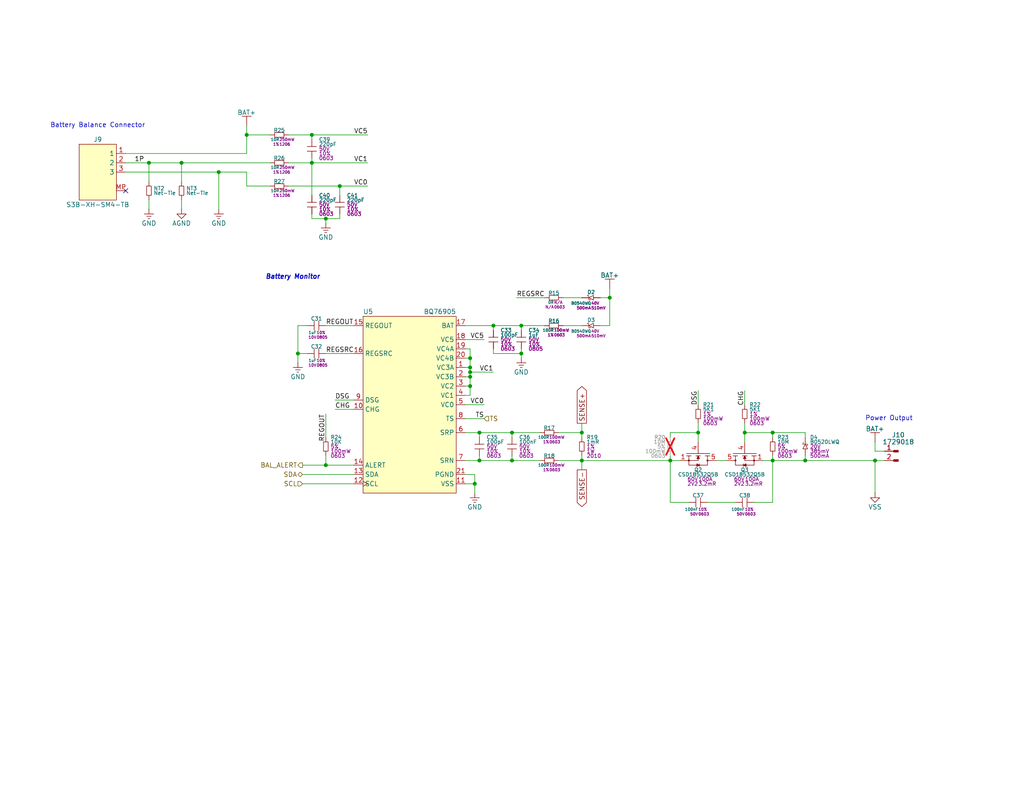
<source format=kicad_sch>
(kicad_sch (version 20231120) (generator "eeschema") (generator_version "8.0")
  (paper "USLetter")
  (title_block (title "LiFePO4 Monitor & Balancer") (date "2024-11-01") (rev "01") (comment 2 "PROTOTYPE") (comment 3 "2024"))
  (lib_symbols
    (symbol "C_2" (pin_numbers hide) (pin_names hide)
      (property "Reference" "C?" (at 1.905 2.54 0))
      (property "Value" "CAP" (at 1.905 1.27 0))
      (property "Tolerance" "TOL" (at 1.905 -1.27 0))
      (property "Voltage Rating" "VOLTAGE" (at 1.905 0 0))
      (property "Package" "PKG" (at 1.905 -2.54 0))
      (symbol "C_2_1_1"
        (pin passive line (at 0 2.54 270) (length 1.905) (name "") (number "1"))
        (pin passive line (at 0 -2.54 90) (length 1.905) (name "") (number "2"))
      )
    )
    (symbol "DS-Power:VSS" (power) (pin_numbers hide) (pin_names (offset 0) hide)
      (property "Value" "VSS" (at 0 -3.81 0))
      (symbol "VSS_1_1"
        (pin power_in line (at 0 0 270) (length 0) (name "~") (number "1"))
      )
    )
    (symbol "lib_sch:AGND" (power) (pin_numbers hide) (pin_names (offset 0) hide)
      (property "Value" "AGND" (at 0 -3.81 0))
      (symbol "AGND_1_1"
        (pin power_in line (at 0 0 270) (length 0) (name "~") (number "1"))
      )
    )
    (symbol "lib_sch:BAT+" (power) (pin_numbers hide) (pin_names (offset 0) hide)
      (property "Value" "BAT+" (at 0 3.556 0))
      (symbol "BAT+_1_1"
        (pin power_in line (at 0 0 90) (length 0) (name "~") (number "1"))
      )
    )
    (symbol "lib_sch:BQ76905"
      (property "Reference" "U" (at -12.7 25.4 0))
      (property "Value" "BQ76905" (at 12.7 25.4 0))
      (symbol "BQ76905_0_0"
        (pin input line (at 15.24 10.16 180) (length 2.54) (name "VC3A") (number "1"))
        (pin output line (at -15.24 -1.27 0) (length 2.54) (name "CHG") (number "10"))
        (pin passive line (at 15.24 -21.59 180) (length 2.54) (name "VSS") (number "11"))
        (pin input clock (at -15.24 -21.59 0) (length 2.54) (name "SCL") (number "12"))
        (pin bidirectional line (at -15.24 -19.05 0) (length 2.54) (name "SDA") (number "13"))
        (pin output line (at -15.24 -16.51 0) (length 2.54) (name "ALERT") (number "14"))
        (pin power_out line (at -15.24 21.59 0) (length 2.54) (name "REGOUT") (number "15"))
        (pin input line (at -15.24 13.97 0) (length 2.54) (name "REGSRC") (number "16"))
        (pin power_out line (at 15.24 21.59 180) (length 2.54) (name "BAT") (number "17"))
        (pin input line (at 15.24 17.78 180) (length 2.54) (name "VC5") (number "18"))
        (pin input line (at 15.24 15.24 180) (length 2.54) (name "VC4A") (number "19"))
        (pin input line (at 15.24 7.62 180) (length 2.54) (name "VC3B") (number "2"))
        (pin input line (at 15.24 12.7 180) (length 2.54) (name "VC4B") (number "20"))
        (pin input line (at 15.24 5.08 180) (length 2.54) (name "VC2") (number "3"))
        (pin input line (at 15.24 2.54 180) (length 2.54) (name "VC1") (number "4"))
        (pin input line (at 15.24 0 180) (length 2.54) (name "VC0") (number "5"))
        (pin input line (at 15.24 -7.62 180) (length 2.54) (name "SRP") (number "6"))
        (pin input line (at 15.24 -15.24 180) (length 2.54) (name "SRN") (number "7"))
        (pin bidirectional line (at 15.24 -3.81 180) (length 2.54) (name "TS") (number "8"))
        (pin output line (at -15.24 1.27 0) (length 2.54) (name "DSG") (number "9"))
      )
      (symbol "BQ76905_1_1"
        (pin passive line (at 15.24 -19.05 180) (length 2.54) (name "PGND") (number "21"))
      )
    )
    (symbol "lib_sch:C" (pin_numbers hide) (pin_names hide)
      (property "Reference" "C?" (at 1.905 2.54 0))
      (property "Value" "CAP" (at 1.905 1.27 0))
      (property "Tolerance" "TOL" (at 1.905 -1.27 0))
      (property "Voltage Rating" "VOLTAGE" (at 1.905 0 0))
      (property "Package" "PKG" (at 1.905 -2.54 0))
      (symbol "C_1_1"
        (pin passive line (at 0 2.54 270) (length 1.905) (name "") (number "1"))
        (pin passive line (at 0 -2.54 90) (length 1.905) (name "") (number "2"))
      )
    )
    (symbol "lib_sch:C_horizontal"
      (property "Reference" "C?" (at 0 1.905 0))
      (property "Value" "CAP" (at 0 -1.905 0))
      (property "Tolerace" "TOL" (at 0 -1.905 0))
      (property "Voltage Rating" "VOLT" (at 0 -3.175 0))
      (property "Package" "PKG" (at 0 -3.175 0))
      (symbol "C_horizontal_1_1"
        (pin passive line (at -2.54 0 0) (length 1.905) (name "") (number "1"))
        (pin passive line (at 2.54 0 180) (length 1.905) (name "") (number "2"))
      )
    )
    (symbol "lib_sch:Conn_01x02_Pin" (pin_names hide)
      (property "Reference" "J?" (at 0 5.715 0))
      (property "Value" "VAL" (at 0 3.81 0))
      (symbol "Conn_01x02_Pin_1_0"
        (pin passive line (at 3.81 1.27 180) (length 2.54) (name "") (number "1"))
        (pin passive line (at 3.81 -1.27 180) (length 2.54) (name "") (number "2"))
      )
    )
    (symbol "lib_sch:D_Schottky" (pin_numbers hide)
      (property "Reference" "D" (at 1.27 2.54 0))
      (property "Value" "VAL" (at 1.27 1.27 0))
      (property "Reverse Voltage" "RVOLT" (at 1.27 0 0))
      (property "Forward Voltage" "FVOLT" (at 1.27 -1.27 0))
      (property "Current" "CURR" (at 1.27 -2.54 0))
      (symbol "D_Schottky_1_0"
        (pin passive line (at 0 -2.54 90) (length 1.905) (name "") (number "1"))
        (pin passive line (at 0 2.54 270) (length 1.905) (name "") (number "2"))
      )
    )
    (symbol "lib_sch:D_Schottky_horizontal" (pin_numbers hide)
      (property "Reference" "D" (at 0 1.524 0))
      (property "Value" "VAL" (at 0 -1.524 0))
      (property "Reverse Voltage" "RVOLT" (at 0 -1.524 0))
      (property "Forward Voltage" "FVOLT" (at 0 -2.794 0))
      (property "Current" "CURR" (at 0 -2.794 0))
      (symbol "D_Schottky_horizontal_1_0"
        (pin passive line (at -2.54 0 0) (length 1.905) (name "") (number "1"))
        (pin passive line (at 2.54 0 180) (length 1.905) (name "") (number "2"))
      )
    )
    (symbol "lib_sch:GND" (power) (pin_numbers hide) (pin_names (offset 0) hide)
      (property "Value" "GND" (at 0 -3.81 0))
      (symbol "GND_1_1"
        (pin power_in line (at 0 0 270) (length 0) (name "~") (number "1"))
      )
    )
    (symbol "lib_sch:NMOS_SGD_PWR" (pin_names hide)
      (property "Reference" "Q3" (at 0 2.54 0))
      (property "Value" "CSD18532Q5B" (at 0 3.81 0))
      (property "VDSS" "60V" (at 0 5.08 0))
      (property "VGSTH" "2V2" (at 0 6.35 0))
      (property "ID" "100A" (at 0 5.08 0))
      (property "RDSON" "3.2mR" (at 0 6.35 0))
      (symbol "NMOS_SGD_PWR_1_0"
        (pin passive line (at 5.08 0 180) (length 1.905) (name "") (number "1"))
        (pin passive line (at 5.08 0 180) (length 1.905) hide (name "") (number "2"))
        (pin passive line (at 5.08 0 180) (length 1.905) hide (name "") (number "3"))
        (pin passive line (at 0 -5.08 90) (length 3.175) (name "") (number "4"))
        (pin passive line (at -5.08 0 0) (length 1.905) (name "") (number "5"))
        (pin passive line (at -5.08 0 0) (length 1.905) hide (name "") (number "6"))
        (pin passive line (at -5.08 0 0) (length 1.905) hide (name "") (number "7"))
        (pin passive line (at -5.08 0 0) (length 1.905) hide (name "") (number "8"))
      )
    )
    (symbol "lib_sch:NMOS_SGD_PWR_1" (pin_names hide)
      (property "Reference" "Q" (at 0 6.35 0))
      (property "Value" "VAL" (at 0 5.08 0))
      (property "VDSS" "VDSS" (at 0 3.81 0))
      (property "VGSTH" "VGSTH" (at 0 2.54 0))
      (property "ID" "ID" (at 0 3.81 0))
      (property "RDSON" "RDSON" (at 0 2.54 0))
      (symbol "NMOS_SGD_PWR_1_1_0"
        (pin passive line (at 5.08 0 180) (length 1.905) (name "") (number "1"))
        (pin passive line (at 5.08 0 180) (length 1.905) hide (name "") (number "2"))
        (pin passive line (at 5.08 0 180) (length 1.905) hide (name "") (number "3"))
        (pin passive line (at 0 -5.08 90) (length 3.175) (name "") (number "4"))
        (pin passive line (at -5.08 0 0) (length 1.905) (name "") (number "5"))
        (pin passive line (at -5.08 0 0) (length 1.905) hide (name "") (number "6"))
        (pin passive line (at -5.08 0 0) (length 1.905) hide (name "") (number "7"))
        (pin passive line (at -5.08 0 0) (length 1.905) hide (name "") (number "8"))
      )
    )
    (symbol "lib_sch:NT"
      (property "Reference" "NT?" (at 1.27 0.635 0))
      (property "Value" "Net-Tie" (at 1.27 -0.635 0))
      (symbol "NT_1_1"
        (pin passive line (at 0 2.54 270) (length 1.27) (name "") (number "1"))
        (pin passive line (at 0 -2.54 90) (length 1.27) (name "") (number "2"))
      )
    )
    (symbol "lib_sch:R"
      (property "Reference" "R?" (at 1.27 2.54 0))
      (property "Value" "VAL" (at 1.27 1.27 0))
      (property "Tolerance" "TOL" (at 1.27 0 0))
      (property "Power Rating" "PWR" (at 1.27 -1.27 0))
      (property "Package" "PKG" (at 1.27 -2.54 0))
      (symbol "R_1_1"
        (pin passive line (at 0 2.54 270) (length 1.27) (name "") (number "1"))
        (pin passive line (at 0 -2.54 90) (length 1.27) (name "") (number "2"))
      )
    )
    (symbol "lib_sch:R_horizontal"
      (property "Reference" "R?" (at 0 1.27 0))
      (property "Value" "VAL" (at 0 -1.27 0))
      (property "Tolerance" "TOL" (at 0 -2.54 0))
      (property "Power Rating" "PWR" (at 0 -1.27 0))
      (property "Package" "PKG" (at 0 -2.54 0))
      (symbol "R_horizontal_1_1"
        (pin passive line (at -2.54 0 0) (length 1.27) (name "") (number "1"))
        (pin passive line (at 2.54 0 180) (length 1.27) (name "") (number "2"))
      )
    )
    (symbol "lib_sch:S3B-PH-SM4-TB"
      (property "Reference" "J" (at 0 8.89 0))
      (property "Value" "S3B-PH-SM4-TB" (at 0 -8.89 0))
      (symbol "S3B-PH-SM4-TB_1_0"
        (pin passive line (at -7.62 5.08 0) (length 2.54) (name "1") (number "1"))
        (pin power_in line (at -7.62 2.54 0) (length 2.54) (name "2") (number "2"))
        (pin power_in line (at -7.62 0 0) (length 2.54) (name "3") (number "3"))
        (pin passive line (at -7.62 -5.08 0) (length 2.54) (name "") (number "MP"))
        (pin passive line (at -7.62 -5.08 0) (length 2.54) hide (name "") (number "MP"))
      )
    )
  )
  (junction (at 139.7 118.11))
  (junction (at 238.76 125.73))
  (junction (at 190.5 118.11))
  (junction (at 88.9 127))
  (junction (at 219.71 125.73))
  (junction (at 40.64 44.45))
  (junction (at 130.81 118.11))
  (junction (at 203.2 118.11))
  (junction (at 67.31 36.83))
  (junction (at 210.82 118.11))
  (junction (at 85.09 44.45))
  (junction (at 142.24 88.9))
  (junction (at 210.82 125.73))
  (junction (at 182.88 125.73))
  (junction (at 158.75 125.73))
  (junction (at 129.54 132.08))
  (junction (at 130.81 125.73))
  (junction (at 134.62 88.9))
  (junction (at 128.27 97.79))
  (junction (at 142.24 96.52))
  (junction (at 166.37 81.28))
  (junction (at 139.7 125.73))
  (junction (at 158.75 118.11))
  (junction (at 128.27 101.6))
  (junction (at 88.9 59.69))
  (junction (at 59.69 46.99))
  (junction (at 81.28 96.52))
  (junction (at 128.27 100.33))
  (junction (at 85.09 36.83))
  (junction (at 92.71 50.8))
  (junction (at 128.27 102.87))
  (junction (at 49.53 44.45))
  (junction (at 128.27 105.41))
  (no_connect (at 34.29 52.07))
  (wire (pts (xy 139.7 118.11) (xy 147.32 118.11)))
  (wire (pts (xy 182.88 137.16) (xy 182.88 125.73)))
  (wire (pts (xy 203.2 106.68) (xy 203.2 110.49)))
  (wire (pts (xy 81.28 96.52) (xy 81.28 99.06)))
  (wire (pts (xy 142.24 88.9) (xy 142.24 90.17)))
  (wire (pts (xy 210.82 125.73) (xy 219.71 125.73)))
  (wire (pts (xy 127 92.71) (xy 132.08 92.71)))
  (wire (pts (xy 128.27 105.41) (xy 128.27 107.95)))
  (wire (pts (xy 82.55 129.54) (xy 96.52 129.54)))
  (wire (pts (xy 134.62 95.25) (xy 134.62 96.52)))
  (wire (pts (xy 128.27 95.25) (xy 128.27 97.79)))
  (wire (pts (xy 85.09 58.42) (xy 85.09 59.69)))
  (wire (pts (xy 34.29 41.91) (xy 67.31 41.91)))
  (wire (pts (xy 128.27 100.33) (xy 128.27 101.6)))
  (wire (pts (xy 238.76 125.73) (xy 238.76 134.62)))
  (wire (pts (xy 34.29 46.99) (xy 59.69 46.99)))
  (wire (pts (xy 153.67 81.28) (xy 158.75 81.28)))
  (wire (pts (xy 67.31 36.83) (xy 67.31 41.91)))
  (wire (pts (xy 127 102.87) (xy 128.27 102.87)))
  (wire (pts (xy 190.5 106.68) (xy 190.5 110.49)))
  (wire (pts (xy 40.64 44.45) (xy 49.53 44.45)))
  (wire (pts (xy 78.74 44.45) (xy 85.09 44.45)))
  (wire (pts (xy 185.42 125.73) (xy 182.88 125.73)))
  (wire (pts (xy 127 100.33) (xy 128.27 100.33)))
  (wire (pts (xy 153.67 88.9) (xy 158.75 88.9)))
  (wire (pts (xy 134.62 90.17) (xy 134.62 88.9)))
  (wire (pts (xy 127 129.54) (xy 129.54 129.54)))
  (wire (pts (xy 127 97.79) (xy 128.27 97.79)))
  (wire (pts (xy 127 95.25) (xy 128.27 95.25)))
  (wire (pts (xy 127 118.11) (xy 130.81 118.11)))
  (wire (pts (xy 238.76 123.19) (xy 241.3 123.19)))
  (wire (pts (xy 92.71 50.8) (xy 100.33 50.8)))
  (wire (pts (xy 85.09 36.83) (xy 85.09 38.1)))
  (wire (pts (xy 203.2 118.11) (xy 210.82 118.11)))
  (wire (pts (xy 210.82 125.73) (xy 208.28 125.73)))
  (wire (pts (xy 134.62 101.6) (xy 128.27 101.6)))
  (wire (pts (xy 158.75 125.73) (xy 158.75 124.46)))
  (wire (pts (xy 129.54 132.08) (xy 129.54 134.62)))
  (wire (pts (xy 96.52 109.22) (xy 91.44 109.22)))
  (wire (pts (xy 40.64 44.45) (xy 40.64 49.53)))
  (wire (pts (xy 83.82 96.52) (xy 81.28 96.52)))
  (wire (pts (xy 158.75 115.57) (xy 158.75 118.11)))
  (wire (pts (xy 59.69 46.99) (xy 67.31 46.99)))
  (wire (pts (xy 203.2 118.11) (xy 203.2 120.65)))
  (wire (pts (xy 142.24 96.52) (xy 142.24 97.79)))
  (wire (pts (xy 82.55 132.08) (xy 96.52 132.08)))
  (wire (pts (xy 78.74 36.83) (xy 85.09 36.83)))
  (wire (pts (xy 40.64 54.61) (xy 40.64 57.15)))
  (wire (pts (xy 139.7 125.73) (xy 147.32 125.73)))
  (wire (pts (xy 219.71 125.73) (xy 219.71 124.46)))
  (wire (pts (xy 166.37 78.74) (xy 166.37 81.28)))
  (wire (pts (xy 238.76 120.65) (xy 238.76 123.19)))
  (wire (pts (xy 152.4 118.11) (xy 158.75 118.11)))
  (wire (pts (xy 130.81 125.73) (xy 130.81 124.46)))
  (wire (pts (xy 34.29 44.45) (xy 40.64 44.45)))
  (wire (pts (xy 59.69 46.99) (xy 59.69 57.15)))
  (wire (pts (xy 85.09 44.45) (xy 100.33 44.45)))
  (wire (pts (xy 127 88.9) (xy 134.62 88.9)))
  (wire (pts (xy 88.9 59.69) (xy 88.9 60.96)))
  (wire (pts (xy 210.82 118.11) (xy 210.82 119.38)))
  (wire (pts (xy 85.09 36.83) (xy 100.33 36.83)))
  (wire (pts (xy 158.75 125.73) (xy 158.75 128.27)))
  (wire (pts (xy 127 110.49) (xy 132.08 110.49)))
  (wire (pts (xy 130.81 118.11) (xy 130.81 119.38)))
  (wire (pts (xy 158.75 125.73) (xy 182.88 125.73)))
  (wire (pts (xy 81.28 88.9) (xy 81.28 96.52)))
  (wire (pts (xy 92.71 58.42) (xy 92.71 59.69)))
  (wire (pts (xy 139.7 125.73) (xy 139.7 124.46)))
  (wire (pts (xy 205.74 137.16) (xy 210.82 137.16)))
  (wire (pts (xy 128.27 100.33) (xy 128.27 97.79)))
  (wire (pts (xy 92.71 50.8) (xy 92.71 53.34)))
  (wire (pts (xy 78.74 50.8) (xy 92.71 50.8)))
  (wire (pts (xy 83.82 88.9) (xy 81.28 88.9)))
  (wire (pts (xy 134.62 88.9) (xy 142.24 88.9)))
  (wire (pts (xy 129.54 129.54) (xy 129.54 132.08)))
  (wire (pts (xy 96.52 111.76) (xy 91.44 111.76)))
  (wire (pts (xy 190.5 118.11) (xy 190.5 120.65)))
  (wire (pts (xy 127 132.08) (xy 129.54 132.08)))
  (wire (pts (xy 219.71 119.38) (xy 219.71 118.11)))
  (wire (pts (xy 163.83 81.28) (xy 166.37 81.28)))
  (wire (pts (xy 134.62 96.52) (xy 142.24 96.52)))
  (wire (pts (xy 190.5 115.57) (xy 190.5 118.11)))
  (wire (pts (xy 49.53 44.45) (xy 49.53 49.53)))
  (wire (pts (xy 130.81 118.11) (xy 139.7 118.11)))
  (wire (pts (xy 128.27 102.87) (xy 128.27 105.41)))
  (wire (pts (xy 127 114.3) (xy 132.08 114.3)))
  (wire (pts (xy 210.82 125.73) (xy 210.82 137.16)))
  (wire (pts (xy 127 105.41) (xy 128.27 105.41)))
  (wire (pts (xy 182.88 119.38) (xy 182.88 118.11)))
  (wire (pts (xy 92.71 59.69) (xy 88.9 59.69)))
  (wire (pts (xy 128.27 101.6) (xy 128.27 102.87)))
  (wire (pts (xy 158.75 119.38) (xy 158.75 118.11)))
  (wire (pts (xy 67.31 50.8) (xy 73.66 50.8)))
  (wire (pts (xy 88.9 124.46) (xy 88.9 127)))
  (wire (pts (xy 210.82 118.11) (xy 219.71 118.11)))
  (wire (pts (xy 49.53 44.45) (xy 73.66 44.45)))
  (wire (pts (xy 82.55 127) (xy 88.9 127)))
  (wire (pts (xy 182.88 118.11) (xy 190.5 118.11)))
  (wire (pts (xy 130.81 125.73) (xy 139.7 125.73)))
  (wire (pts (xy 219.71 125.73) (xy 238.76 125.73)))
  (wire (pts (xy 88.9 127) (xy 96.52 127)))
  (wire (pts (xy 166.37 88.9) (xy 166.37 81.28)))
  (wire (pts (xy 152.4 125.73) (xy 158.75 125.73)))
  (wire (pts (xy 88.9 88.9) (xy 96.52 88.9)))
  (wire (pts (xy 88.9 96.52) (xy 96.52 96.52)))
  (wire (pts (xy 210.82 125.73) (xy 210.82 124.46)))
  (wire (pts (xy 241.3 125.73) (xy 238.76 125.73)))
  (wire (pts (xy 85.09 53.34) (xy 85.09 44.45)))
  (wire (pts (xy 163.83 88.9) (xy 166.37 88.9)))
  (wire (pts (xy 49.53 54.61) (xy 49.53 57.15)))
  (wire (pts (xy 182.88 124.46) (xy 182.88 125.73)))
  (wire (pts (xy 203.2 115.57) (xy 203.2 118.11)))
  (wire (pts (xy 193.04 137.16) (xy 200.66 137.16)))
  (wire (pts (xy 127 125.73) (xy 130.81 125.73)))
  (wire (pts (xy 67.31 36.83) (xy 73.66 36.83)))
  (wire (pts (xy 142.24 95.25) (xy 142.24 96.52)))
  (wire (pts (xy 127 107.95) (xy 128.27 107.95)))
  (wire (pts (xy 198.12 125.73) (xy 195.58 125.73)))
  (wire (pts (xy 85.09 43.18) (xy 85.09 44.45)))
  (wire (pts (xy 67.31 34.29) (xy 67.31 36.83)))
  (wire (pts (xy 140.97 81.28) (xy 148.59 81.28)))
  (wire (pts (xy 187.96 137.16) (xy 182.88 137.16)))
  (wire (pts (xy 142.24 88.9) (xy 148.59 88.9)))
  (wire (pts (xy 67.31 46.99) (xy 67.31 50.8)))
  (wire (pts (xy 88.9 113.03) (xy 88.9 119.38)))
  (wire (pts (xy 139.7 118.11) (xy 139.7 119.38)))
  (wire (pts (xy 85.09 59.69) (xy 88.9 59.69)))
  (text "Power Output" (at 242.57 114.3 0) (effects (font (size 1.27 1.27))))
  (text "Battery Balance Connector" (at 26.67 34.29 0) (effects (font (size 1.27 1.27))))
  (text "Battery Monitor" (at 72.39 75.692 0) (effects (font (size 1.27 1.27) (thickness 0.254) (bold yes) (italic yes)) (justify left)))
  (label "CHG" (at 91.44 111.76 0))
  (label "VC5" (at 132.08 92.71 180))
  (label "DSG" (at 190.5 106.68 270))
  (label "VC1" (at 100.33 44.45 180))
  (label "1P" (at 39.37 44.45 180))
  (label "DSG" (at 91.44 109.22 0))
  (label "VC5" (at 100.33 36.83 180))
  (label "REGSRC" (at 88.9 96.52 0))
  (label "TS" (at 132.08 114.3 180))
  (label "VC0" (at 100.33 50.8 180))
  (label "REGOUT" (at 88.9 113.03 270))
  (label "REGSRC" (at 140.97 81.28 0))
  (label "CHG" (at 203.2 106.68 270))
  (label "VC0" (at 132.08 110.49 180))
  (label "VC1" (at 134.62 101.6 180))
  (label "REGOUT" (at 88.9 88.9 0))
  (global_label "SENSE+" (shape output) (at 158.75 115.57 90) (property "Intersheetrefs" "${INTERSHEET_REFS}" (effects (hide yes))))
  (global_label "SENSE-" (shape output) (at 158.75 128.27 270) (property "Intersheetrefs" "${INTERSHEET_REFS}" (effects (hide yes))))
  (hierarchical_label "BAL_ALERT" (shape output) (at 82.55 127 180))
  (hierarchical_label "SDA" (shape bidirectional) (at 82.55 129.54 180))
  (hierarchical_label "TS" (shape input) (at 132.08 114.3 0))
  (hierarchical_label "SCL" (shape input) (at 82.55 132.08 180))
  (symbol (lib_id "lib_sch:NT") (at 49.53 52.07 0) (unit 1)
    (property "Reference" "NT3" (at 50.8 51.435 0) (effects (font (size 1.016 1.016)) (justify left)))
    (property "Value" "Net-Tie" (at 50.8 52.705 0) (effects (font (size 1.016 1.016)) (justify left)))
    (property "Footprint" "DS-Resistors-SMD:CRCW1210" (effects (hide yes)))
    (property "Datasheet" "datasheets/Vishay-Dale-DRCWe3.pdf" (effects (hide yes)))
    (property "Description" "RES SMD 0 OHM JUMPER 3/4W 2010" (effects (hide yes)))
    (property "Manufacturer" "Vishay Dale" (effects (hide yes)))
    (property "MPN" "CRCW20100000Z0EF" (effects (hide yes)))
    (property "DKPN" "541-0.0WCT-ND" (effects (hide yes)))
  )
  (symbol (lib_id "lib_sch:R") (at 203.2 113.03 0) (unit 1)
    (property "Reference" "R22" (at 204.47 110.49 0) (effects (font (size 1.016 1.016)) (justify left)))
    (property "Value" "5K1" (at 204.47 111.76 0) (effects (font (size 1.016 1.016)) (justify left)))
    (property "Footprint" "DS-Resistors-SMD:CRCW0603" (effects (hide yes)))
    (property "Datasheet" "datasheets/Vishay-Dale-DRCWe3.pdf" (effects (hide yes)))
    (property "Description" "RES SMD 5.1K OHM 1% 1/10W 0603" (effects (hide yes)))
    (property "Manufacturer" "Vishay Dale" (effects (hide yes)))
    (property "MPN" "CRCW06035K10FKEA" (effects (hide yes)))
    (property "DKPN" "541-5.10KHCT-ND" (effects (hide yes)))
    (property "Tolerance" "1%" (at 204.47 113.03 0) (effects (font (size 1.016 1.016)) (justify left)))
    (property "Power Rating" "100mW" (at 204.47 114.3 0) (effects (font (size 1.016 1.016)) (justify left)))
    (property "Package" "0603" (at 204.47 115.57 0) (effects (font (size 1.016 1.016)) (justify left)))
  )
  (symbol (lib_id "lib_sch:C_horizontal") (at 203.2 137.16 0) (unit 1)
    (property "Reference" "C38" (at 203.2 135.255 0) (effects (font (size 1.016 1.016))))
    (property "Value" "100nF" (at 203.2 139.065 0) (effects (font (size 0.762 0.762)) (justify right)))
    (property "Footprint" "DS-Capacitors-SMD:MLCC0603" (effects (hide yes)))
    (property "Datasheet" "datasheets/Kyocera-AVX-MLCCKAM.pdf" (effects (hide yes)))
    (property "Manufacturer" "KYOCERA AVX" (effects (hide yes)))
    (property "MPN" "06035C104K4T4A" (effects (hide yes)))
    (property "DKPN" "478-KAM15AR71H104KMCT-ND" (effects (hide yes)))
    (property "Tolerace" "10%" (at 203.2 139.065 0) (effects (font (size 0.762 0.762)) (justify left)))
    (property "Voltage Rating" "50V" (at 203.2 140.335 0) (effects (font (size 0.762 0.762)) (justify right)))
    (property "Package" "0603" (at 203.2 140.335 0) (effects (font (size 0.762 0.762)) (justify left)))
  )
  (symbol (lib_id "lib_sch:C") (at 134.62 92.71 0) (unit 1)
    (property "Reference" "C33" (at 136.525 90.17 0) (effects (font (size 1.016 1.016)) (justify left)))
    (property "Value" "100pF" (at 136.525 91.44 0) (effects (font (size 1.016 1.016)) (justify left)))
    (property "Footprint" "DS-Capacitors-SMD:MLCC0603" (effects (hide yes)))
    (property "Datasheet" "datasheets/Kyocera-AVX-MLCCKAM.pdf" (effects (hide yes)))
    (property "Description" "CAP CER 100PF 50V X7R 0603" (effects (hide yes)))
    (property "Manufacturer" "KYOCERA AVX" (effects (hide yes)))
    (property "MPN" "KGM15AR71H101KT" (effects (hide yes)))
    (property "DKPN" "478-KGM15AR71H101KTCT-ND" (effects (hide yes)))
    (property "Tolerance" "10%" (at 136.525 93.98 0) (effects (font (size 1.016 1.016)) (justify left)))
    (property "Voltage Rating" "50V" (at 136.525 92.71 0) (effects (font (size 1.016 1.016)) (justify left)))
    (property "Package" "0603" (at 136.525 95.25 0) (effects (font (size 1.016 1.016)) (justify left)))
  )
  (symbol (lib_id "lib_sch:R_horizontal") (at 149.86 118.11 0) (unit 1)
    (property "Reference" "R17" (at 149.86 116.84 0) (effects (font (size 1.016 1.016))))
    (property "Value" "100R" (at 149.86 119.38 0) (effects (font (size 0.762 0.762)) (justify right)))
    (property "Footprint" "DS-Resistors-SMD:CRCW0603" (effects (hide yes)))
    (property "Datasheet" "datasheets/Vishay-Dale-DRCWe3.pdf" (effects (hide yes)))
    (property "Description" "RES SMD 100 OHM 1% 1/10W 0603" (effects (hide yes)))
    (property "Manufacturer" "Vishay Dale" (effects (hide yes)))
    (property "MPN" "CRCW0603100RFKEA" (effects (hide yes)))
    (property "DKPN" "541-100HCT-ND" (effects (hide yes)))
    (property "Tolerance" "1%" (at 149.86 120.65 0) (effects (font (size 0.762 0.762)) (justify right)))
    (property "Power Rating" "100mW" (at 149.86 119.38 0) (effects (font (size 0.762 0.762)) (justify left)))
    (property "Package" "0603" (at 149.86 120.65 0) (effects (font (size 0.762 0.762)) (justify left)))
  )
  (symbol (lib_id "lib_sch:GND") (at 88.9 60.96 0) (unit 1)
    (property "Reference" "#PWR018" (effects (hide yes)))
    (property "Value" "GND" (at 88.9 64.77 0))
  )
  (symbol (lib_id "lib_sch:C") (at 142.24 92.71 0) (unit 1)
    (property "Reference" "C34" (at 144.145 90.17 0) (effects (font (size 1.016 1.016)) (justify left)))
    (property "Value" "1uF" (at 144.145 91.44 0) (effects (font (size 1.016 1.016)) (justify left)))
    (property "Footprint" "DS-Capacitors-SMD:MLCC0805" (effects (hide yes)))
    (property "Datasheet" "datasheets/Kyocera-AVX-MLCCKAM.pdf" (effects (hide yes)))
    (property "Description" "CAP CER 1UF 50V X7R 0805" (effects (hide yes)))
    (property "Manufacturer" "KYOCERA AVX" (effects (hide yes)))
    (property "MPN" "08055C105KAT4A" (effects (hide yes)))
    (property "DKPN" "478-KGM21AR71H105KLCT-ND" (effects (hide yes)))
    (property "Tolerance" "10%" (at 144.145 93.98 0) (effects (font (size 1.016 1.016)) (justify left)))
    (property "Voltage Rating" "50V" (at 144.145 92.71 0) (effects (font (size 1.016 1.016)) (justify left)))
    (property "Package" "0805" (at 144.145 95.25 0) (effects (font (size 1.016 1.016)) (justify left)))
  )
  (symbol (lib_id "lib_sch:R") (at 158.75 121.92 0) (unit 1)
    (property "Reference" "R19" (at 160.02 119.38 0) (effects (font (size 1.016 1.016)) (justify left)))
    (property "Value" "1mR" (at 160.02 120.65 0) (effects (font (size 1.016 1.016)) (justify left)))
    (property "Footprint" "DS-Resistors-SMD:WSLHP2010" (effects (hide yes)))
    (property "Datasheet" "datasheets/Vishay-Dale-WSL-HP.pdf" (effects (hide yes)))
    (property "Description" "RES 0.001 OHM 1% 1W 2010" (effects (hide yes)))
    (property "Manufacturer" "Vishay Dale" (effects (hide yes)))
    (property "MPN" "WSL20101L000FEA18" (effects (hide yes)))
    (property "DKPN" "WSLF-.001CT-ND" (effects (hide yes)))
    (property "Tolerance" "1%" (at 160.02 121.92 0) (effects (font (size 1.016 1.016)) (justify left)))
    (property "Power Rating" "1W" (at 160.02 123.19 0) (effects (font (size 1.016 1.016)) (justify left)))
    (property "Package" "2010" (at 160.02 124.46 0) (effects (font (size 1.016 1.016)) (justify left)))
  )
  (symbol (lib_id "lib_sch:GND") (at 81.28 99.06 0) (unit 1)
    (property "Reference" "#PWR020" (effects (hide yes)))
    (property "Value" "GND" (at 81.28 102.87 0))
  )
  (symbol (lib_id "lib_sch:BAT+") (at 166.37 78.74 0) (unit 1)
    (property "Reference" "#PWR07" (effects (hide yes)))
    (property "Value" "BAT+" (at 166.37 75.184 0))
  )
  (symbol (lib_id "lib_sch:NT") (at 40.64 52.07 0) (unit 1)
    (property "Reference" "NT2" (at 41.91 51.435 0) (effects (font (size 1.016 1.016)) (justify left)))
    (property "Value" "Net-Tie" (at 41.91 52.705 0) (effects (font (size 1.016 1.016)) (justify left)))
    (property "Footprint" "DS-Resistors-SMD:CRCW1210" (effects (hide yes)))
    (property "Datasheet" "datasheets/Vishay-Dale-DRCWe3.pdf" (effects (hide yes)))
    (property "Description" "RES SMD 0 OHM JUMPER 3/4W 2010" (effects (hide yes)))
    (property "Manufacturer" "Vishay Dale" (effects (hide yes)))
    (property "MPN" "CRCW20100000Z0EF" (effects (hide yes)))
    (property "DKPN" "541-0.0WCT-ND" (effects (hide yes)))
  )
  (symbol (lib_id "DS-Power:VSS") (at 238.76 134.62 0) (unit 1)
    (property "Reference" "#PWR019" (effects (hide yes)))
    (property "Value" "VSS" (at 238.76 138.43 0))
  )
  (symbol (lib_id "lib_sch:C") (at 130.81 121.92 0) (unit 1)
    (property "Reference" "C35" (at 132.715 119.38 0) (effects (font (size 1.016 1.016)) (justify left)))
    (property "Value" "100pF" (at 132.715 120.65 0) (effects (font (size 1.016 1.016)) (justify left)))
    (property "Footprint" "DS-Capacitors-SMD:MLCC0603" (effects (hide yes)))
    (property "Datasheet" "datasheets/Kyocera-AVX-MLCCKAM.pdf" (effects (hide yes)))
    (property "Description" "CAP CER 100PF 50V X7R 0603" (effects (hide yes)))
    (property "Manufacturer" "KYOCERA AVX" (effects (hide yes)))
    (property "MPN" "KGM15AR71H101KT" (effects (hide yes)))
    (property "DKPN" "478-KGM15AR71H101KTCT-ND" (effects (hide yes)))
    (property "Tolerance" "10%" (at 132.715 123.19 0) (effects (font (size 1.016 1.016)) (justify left)))
    (property "Voltage Rating" "50V" (at 132.715 121.92 0) (effects (font (size 1.016 1.016)) (justify left)))
    (property "Package" "0603" (at 132.715 124.46 0) (effects (font (size 1.016 1.016)) (justify left)))
  )
  (symbol (lib_id "lib_sch:BAT+") (at 238.76 120.65 0) (unit 1)
    (property "Reference" "#PWR04" (effects (hide yes)))
    (property "Value" "BAT+" (at 238.76 117.094 0))
  )
  (symbol (lib_id "lib_sch:R_horizontal") (at 151.13 88.9 0) (unit 1)
    (property "Reference" "R16" (at 151.13 87.63 0) (effects (font (size 1.016 1.016))))
    (property "Value" "100R" (at 151.13 90.17 0) (effects (font (size 0.762 0.762)) (justify right)))
    (property "Footprint" "DS-Resistors-SMD:CRCW0603" (effects (hide yes)))
    (property "Datasheet" "datasheets/Vishay-Dale-DRCWe3.pdf" (effects (hide yes)))
    (property "Description" "RES SMD 100 OHM 1% 1/10W 0603" (effects (hide yes)))
    (property "Manufacturer" "Vishay Dale" (effects (hide yes)))
    (property "MPN" "CRCW0603100RFKEA" (effects (hide yes)))
    (property "DKPN" "541-100HCT-ND" (effects (hide yes)))
    (property "Tolerance" "1%" (at 151.13 91.44 0) (effects (font (size 0.762 0.762)) (justify right)))
    (property "Power Rating" "100mW" (at 151.13 90.17 0) (effects (font (size 0.762 0.762)) (justify left)))
    (property "Package" "0603" (at 151.13 91.44 0) (effects (font (size 0.762 0.762)) (justify left)))
  )
  (symbol (lib_id "lib_sch:C_horizontal") (at 190.5 137.16 0) (unit 1)
    (property "Reference" "C37" (at 190.5 135.255 0) (effects (font (size 1.016 1.016))))
    (property "Value" "100nF" (at 190.5 139.065 0) (effects (font (size 0.762 0.762)) (justify right)))
    (property "Footprint" "DS-Capacitors-SMD:MLCC0603" (effects (hide yes)))
    (property "Datasheet" "datasheets/Kyocera-AVX-MLCCKAM.pdf" (effects (hide yes)))
    (property "Manufacturer" "KYOCERA AVX" (effects (hide yes)))
    (property "MPN" "06035C104K4T4A" (effects (hide yes)))
    (property "DKPN" "478-KAM15AR71H104KMCT-ND" (effects (hide yes)))
    (property "Tolerace" "10%" (at 190.5 139.065 0) (effects (font (size 0.762 0.762)) (justify left)))
    (property "Voltage Rating" "50V" (at 190.5 140.335 0) (effects (font (size 0.762 0.762)) (justify right)))
    (property "Package" "0603" (at 190.5 140.335 0) (effects (font (size 0.762 0.762)) (justify left)))
  )
  (symbol (lib_id "lib_sch:R") (at 88.9 121.92 0) (unit 1)
    (property "Reference" "R24" (at 90.17 119.38 0) (effects (font (size 1.016 1.016)) (justify left)))
    (property "Value" "10K" (at 90.17 120.65 0) (effects (font (size 1.016 1.016)) (justify left)))
    (property "Footprint" "DS-Resistors-SMD:CRCW0603" (effects (hide yes)))
    (property "Datasheet" "datasheets/Vishay-Dale-DRCWe3.pdf" (effects (hide yes)))
    (property "Description" "RES SMD 10K OHM 5% 1/10W 0603" (effects (hide yes)))
    (property "Manufacturer" "Vishay Dale" (effects (hide yes)))
    (property "MPN" "CRCW060310K0JNEA" (effects (hide yes)))
    (property "DKPN" "541-10KGCT-ND" (effects (hide yes)))
    (property "Tolerance" "5%" (at 90.17 121.92 0) (effects (font (size 1.016 1.016)) (justify left)))
    (property "Power Rating" "100mW" (at 90.17 123.19 0) (effects (font (size 1.016 1.016)) (justify left)))
    (property "Package" "0603" (at 90.17 124.46 0) (effects (font (size 1.016 1.016)) (justify left)))
  )
  (symbol (lib_id "lib_sch:D_Schottky") (at 219.71 121.92 0) (unit 1)
    (property "Reference" "D4" (at 220.98 119.38 0) (effects (font (size 1.016 1.016)) (justify left)))
    (property "Value" "B0520LWQ" (at 220.98 120.65 0) (effects (font (size 1.016 1.016)) (justify left)))
    (property "Footprint" "DS-Package-SO:SOD123" (effects (hide yes)))
    (property "Datasheet" "datasheets/Diodes-Incorporated-B0520LW.pdf" (effects (hide yes)))
    (property "Description" "DIODE SCHOTTKY 20V 500MA SOD123" (effects (hide yes)))
    (property "Manufacturer" "Diodes Incorporated" (effects (hide yes)))
    (property "MPN" "B0520LWQ-7-F" (effects (hide yes)))
    (property "DKPN" "B0520LWQ-7-FDICT-ND" (effects (hide yes)))
    (property "Reverse Voltage" "20V" (at 220.98 121.92 0) (effects (font (size 1.016 1.016)) (justify left)))
    (property "Forward Voltage" "385mV" (at 220.98 123.19 0) (effects (font (size 1.016 1.016)) (justify left)))
    (property "Current" "500mA" (at 220.98 124.46 0) (effects (font (size 1.016 1.016)) (justify left)))
  )
  (symbol (lib_id "lib_sch:C") (at 85.09 40.64 0) (unit 1)
    (property "Reference" "C39" (at 86.995 38.1 0) (effects (font (size 1.016 1.016)) (justify left)))
    (property "Value" "220pF" (at 86.995 39.37 0) (effects (font (size 1.016 1.016)) (justify left)))
    (property "Footprint" "DS-Capacitors-SMD:MLCC0603" (effects (hide yes)))
    (property "Datasheet" "datasheets/Kyocera-AVX-MLCCKAM.pdf" (effects (hide yes)))
    (property "Description" "CAP CER 220PF 50V X7R 0603" (effects (hide yes)))
    (property "Manufacturer" "KYOCERA AVX" (effects (hide yes)))
    (property "MPN" "KGM15AR71H221KT" (effects (hide yes)))
    (property "DKPN" "478-KGM15AR71H221KTCT-ND" (effects (hide yes)))
    (property "Tolerance" "10%" (at 86.995 41.91 0) (effects (font (size 1.016 1.016)) (justify left)))
    (property "Voltage Rating" "50V" (at 86.995 40.64 0) (effects (font (size 1.016 1.016)) (justify left)))
    (property "Package" "0603" (at 86.995 43.18 0) (effects (font (size 1.016 1.016)) (justify left)))
  )
  (symbol (lib_id "lib_sch:R_horizontal") (at 76.2 50.8 0) (unit 1)
    (property "Reference" "R27" (at 76.2 49.53 0) (effects (font (size 1.016 1.016))))
    (property "Value" "10R" (at 76.2 52.07 0) (effects (font (size 0.762 0.762)) (justify right)))
    (property "Footprint" "DS-Resistors-SMD:CRCW1206" (effects (hide yes)))
    (property "Datasheet" "datasheets/Vishay-Dale-DRCWe3.pdf" (effects (hide yes)))
    (property "Description" "RES SMD 10 OHM 1% 1/4W 1206" (effects (hide yes)))
    (property "Manufacturer" "Vishay Dale" (effects (hide yes)))
    (property "MPN" "CRCW120610R0FKEA" (effects (hide yes)))
    (property "DKPN" "541-10.0FCT-ND" (effects (hide yes)))
    (property "Tolerance" "1%" (at 76.2 53.34 0) (effects (font (size 0.762 0.762)) (justify right)))
    (property "Power Rating" "250mW" (at 76.2 52.07 0) (effects (font (size 0.762 0.762)) (justify left)))
    (property "Package" "1206" (at 76.2 53.34 0) (effects (font (size 0.762 0.762)) (justify left)))
  )
  (symbol (lib_id "lib_sch:GND") (at 40.64 57.15 0) (unit 1)
    (property "Reference" "#PWR033" (effects (hide yes)))
    (property "Value" "GND" (at 40.64 60.96 0))
  )
  (symbol (lib_id "lib_sch:R_horizontal") (at 149.86 125.73 0) (unit 1)
    (property "Reference" "R18" (at 149.86 124.46 0) (effects (font (size 1.016 1.016))))
    (property "Value" "100R" (at 149.86 127 0) (effects (font (size 0.762 0.762)) (justify right)))
    (property "Footprint" "DS-Resistors-SMD:CRCW0603" (effects (hide yes)))
    (property "Datasheet" "datasheets/Vishay-Dale-DRCWe3.pdf" (effects (hide yes)))
    (property "Description" "RES SMD 100 OHM 1% 1/10W 0603" (effects (hide yes)))
    (property "Manufacturer" "Vishay Dale" (effects (hide yes)))
    (property "MPN" "CRCW0603100RFKEA" (effects (hide yes)))
    (property "DKPN" "541-100HCT-ND" (effects (hide yes)))
    (property "Tolerance" "1%" (at 149.86 128.27 0) (effects (font (size 0.762 0.762)) (justify right)))
    (property "Power Rating" "100mW" (at 149.86 127 0) (effects (font (size 0.762 0.762)) (justify left)))
    (property "Package" "0603" (at 149.86 128.27 0) (effects (font (size 0.762 0.762)) (justify left)))
  )
  (symbol (lib_id "lib_sch:R_horizontal") (at 76.2 44.45 0) (unit 1)
    (property "Reference" "R26" (at 76.2 43.18 0) (effects (font (size 1.016 1.016))))
    (property "Value" "10R" (at 76.2 45.72 0) (effects (font (size 0.762 0.762)) (justify right)))
    (property "Footprint" "DS-Resistors-SMD:CRCW1206" (effects (hide yes)))
    (property "Datasheet" "datasheets/Vishay-Dale-DRCWe3.pdf" (effects (hide yes)))
    (property "Description" "RES SMD 10 OHM 1% 1/4W 1206" (effects (hide yes)))
    (property "Manufacturer" "Vishay Dale" (effects (hide yes)))
    (property "MPN" "CRCW120610R0FKEA" (effects (hide yes)))
    (property "DKPN" "541-10.0FCT-ND" (effects (hide yes)))
    (property "Tolerance" "1%" (at 76.2 46.99 0) (effects (font (size 0.762 0.762)) (justify right)))
    (property "Power Rating" "250mW" (at 76.2 45.72 0) (effects (font (size 0.762 0.762)) (justify left)))
    (property "Package" "1206" (at 76.2 46.99 0) (effects (font (size 0.762 0.762)) (justify left)))
  )
  (symbol (lib_id "lib_sch:D_Schottky_horizontal") (at 161.29 88.9 0) (mirror y) (unit 1)
    (property "Reference" "D3" (at 161.29 87.376 0) (effects (font (size 1.016 1.016))))
    (property "Value" "B0540WQ" (at 161.29 90.424 0) (effects (font (size 0.762 0.762)) (justify left)))
    (property "Footprint" "DS-Package-SO:SOD123" (effects (hide yes)))
    (property "Datasheet" "datasheets/Diodes-Incorporated-B0540WQ.pdf" (effects (hide yes)))
    (property "Description" "DIODE SCHOTTKY 40V 500MA SOD123" (effects (hide yes)))
    (property "Manufacturer" "Diodes Incorporated" (effects (hide yes)))
    (property "MPN" "B0540WQ-7-F" (effects (hide yes)))
    (property "DKPN" "B0540WQ-7-FDICT-ND" (effects (hide yes)))
    (property "Reverse Voltage" "40V" (at 161.29 90.424 0) (effects (font (size 0.762 0.762)) (justify right)))
    (property "Forward Voltage" "510mV" (at 161.29 91.694 0) (effects (font (size 0.762 0.762)) (justify right)))
    (property "Current" "500mA" (at 161.29 91.694 0) (effects (font (size 0.762 0.762)) (justify left)))
  )
  (symbol (lib_id "lib_sch:C_horizontal") (at 86.36 96.52 0) (unit 1)
    (property "Reference" "C32" (at 86.36 94.615 0) (effects (font (size 1.016 1.016))))
    (property "Value" "1uF" (at 86.36 98.425 0) (effects (font (size 0.762 0.762)) (justify right)))
    (property "Footprint" "DS-Capacitors-SMD:MLCC0805" (effects (hide yes)))
    (property "Datasheet" "datasheets/Kyocera-AVX-MLCCKAM.pdf" (effects (hide yes)))
    (property "Description" "CAP CER 1UF 10V X7R 0805" (effects (hide yes)))
    (property "Manufacturer" "KYOCERA AVX" (effects (hide yes)))
    (property "MPN" "0805ZC105KAT2A" (effects (hide yes)))
    (property "DKPN" "478-KGM21AR71A105KUCT-ND" (effects (hide yes)))
    (property "Tolerace" "10%" (at 86.36 98.425 0) (effects (font (size 0.762 0.762)) (justify left)))
    (property "Voltage Rating" "10V" (at 86.36 99.695 0) (effects (font (size 0.762 0.762)) (justify right)))
    (property "Package" "0805" (at 86.36 99.695 0) (effects (font (size 0.762 0.762)) (justify left)))
  )
  (symbol (lib_id "lib_sch:BQ76905") (at 111.76 110.49 0) (unit 1)
    (property "Reference" "U5" (at 99.06 85.09 0) (effects (justify left)))
    (property "Value" "BQ76905" (at 124.46 85.09 0) (effects (justify right)))
    (property "Footprint" "DS-PMIC-SMD:RGR0020A" (effects (hide yes)))
    (property "Datasheet" "datasheets/Texas-Instruments-BQ76905.pdf" (effects (hide yes)))
    (property "Description" "LOW-POWER MONITOR AND PROTECTOR" (effects (hide yes)))
    (property "Manufacturer" "Texas Instruments" (effects (hide yes)))
    (property "MPN" "BQ76905RGRR" (effects (hide yes)))
    (property "DKPN" "296-BQ76905RGRRCT-ND" (effects (hide yes)))
  )
  (symbol (lib_id "lib_sch:R") (at 182.88 121.92 0) (mirror y) (unit 1) (dnp yes)
    (property "Reference" "R20" (at 181.61 119.38 0) (effects (font (size 1.016 1.016)) (justify left)))
    (property "Value" "10M" (at 181.61 120.65 0) (effects (font (size 1.016 1.016)) (justify left)))
    (property "Footprint" "DS-Resistors-SMD:CRCW0603" (effects (hide yes)))
    (property "Datasheet" "datasheets/Vishay-Dale-DRCWe3.pdf" (effects (hide yes)))
    (property "Description" "RES SMD 10M OHM 5% 1/10W 0603" (effects (hide yes)))
    (property "Manufacturer" "Vishay Dale" (effects (hide yes)))
    (property "MPN" "CRCW060310M0JNEA" (effects (hide yes)))
    (property "DKPN" "541-10MGCT-ND" (effects (hide yes)))
    (property "Tolerance" "5%" (at 181.61 121.92 0) (effects (font (size 1.016 1.016)) (justify left)))
    (property "Power Rating" "100mW" (at 181.61 123.19 0) (effects (font (size 1.016 1.016)) (justify left)))
    (property "Package" "0603" (at 181.61 124.46 0) (effects (font (size 1.016 1.016)) (justify left)))
  )
  (symbol (lib_id "lib_sch:GND") (at 59.69 57.15 0) (unit 1)
    (property "Reference" "#PWR069" (effects (hide yes)))
    (property "Value" "GND" (at 59.69 60.96 0))
  )
  (symbol (lib_id "lib_sch:BAT+") (at 67.31 34.29 0) (unit 1)
    (property "Reference" "#PWR02" (effects (hide yes)))
    (property "Value" "BAT+" (at 67.31 30.734 0))
  )
  (symbol (lib_id "lib_sch:GND") (at 129.54 134.62 0) (unit 1)
    (property "Reference" "#PWR022" (effects (hide yes)))
    (property "Value" "GND" (at 129.54 138.43 0))
  )
  (symbol (lib_id "lib_sch:GND") (at 142.24 97.79 0) (unit 1)
    (property "Reference" "#PWR021" (effects (hide yes)))
    (property "Value" "GND" (at 142.24 101.6 0))
  )
  (symbol (lib_id "lib_sch:R_horizontal") (at 151.13 81.28 0) (unit 1)
    (property "Reference" "R15" (at 151.13 80.01 0) (effects (font (size 1.016 1.016))))
    (property "Value" "0R" (at 151.13 82.55 0) (effects (font (size 0.762 0.762)) (justify right)))
    (property "Footprint" "DS-Resistors-SMD:CRCW0603" (effects (hide yes)))
    (property "Datasheet" "datasheets/Vishay-Dale-DRCWe3.pdf" (effects (hide yes)))
    (property "Description" "RES SMD 100 OHM 1% 1/10W 0603" (effects (hide yes)))
    (property "Manufacturer" "Vishay Dale" (effects (hide yes)))
    (property "MPN" "CRCW06030000Z0EA" (effects (hide yes)))
    (property "DKPN" "541-0.0GCT-ND" (effects (hide yes)))
    (property "Tolerance" "N/A" (at 151.13 83.82 0) (effects (font (size 0.762 0.762)) (justify right)))
    (property "Power Rating" "N/A" (at 151.13 82.55 0) (effects (font (size 0.762 0.762)) (justify left)))
    (property "Package" "0603" (at 151.13 83.82 0) (effects (font (size 0.762 0.762)) (justify left)))
  )
  (symbol (lib_id "lib_sch:D_Schottky_horizontal") (at 161.29 81.28 0) (mirror y) (unit 1)
    (property "Reference" "D2" (at 161.29 79.756 0) (effects (font (size 1.016 1.016))))
    (property "Value" "B0540WQ" (at 161.29 82.804 0) (effects (font (size 0.762 0.762)) (justify left)))
    (property "Footprint" "DS-Package-SO:SOD123" (effects (hide yes)))
    (property "Datasheet" "datasheets/Diodes-Incorporated-B0540WQ.pdf" (effects (hide yes)))
    (property "Description" "DIODE SCHOTTKY 40V 500MA SOD123" (effects (hide yes)))
    (property "Manufacturer" "Diodes Incorporated" (effects (hide yes)))
    (property "MPN" "B0540WQ-7-F" (effects (hide yes)))
    (property "DKPN" "B0540WQ-7-FDICT-ND" (effects (hide yes)))
    (property "Reverse Voltage" "40V" (at 161.29 82.804 0) (effects (font (size 0.762 0.762)) (justify right)))
    (property "Forward Voltage" "510mV" (at 161.29 84.074 0) (effects (font (size 0.762 0.762)) (justify right)))
    (property "Current" "500mA" (at 161.29 84.074 0) (effects (font (size 0.762 0.762)) (justify left)))
  )
  (symbol (lib_id "lib_sch:R") (at 210.82 121.92 0) (unit 1)
    (property "Reference" "R23" (at 212.09 119.38 0) (effects (font (size 1.016 1.016)) (justify left)))
    (property "Value" "10M" (at 212.09 120.65 0) (effects (font (size 1.016 1.016)) (justify left)))
    (property "Footprint" "DS-Resistors-SMD:CRCW0603" (effects (hide yes)))
    (property "Datasheet" "datasheets/Vishay-Dale-DRCWe3.pdf" (effects (hide yes)))
    (property "Description" "RES SMD 10M OHM 5% 1/10W 0603" (effects (hide yes)))
    (property "Manufacturer" "Vishay Dale" (effects (hide yes)))
    (property "MPN" "CRCW060310M0JNEA" (effects (hide yes)))
    (property "DKPN" "541-10MGCT-ND" (effects (hide yes)))
    (property "Tolerance" "5%" (at 212.09 121.92 0) (effects (font (size 1.016 1.016)) (justify left)))
    (property "Power Rating" "100mW" (at 212.09 123.19 0) (effects (font (size 1.016 1.016)) (justify left)))
    (property "Package" "0603" (at 212.09 124.46 0) (effects (font (size 1.016 1.016)) (justify left)))
  )
  (symbol (lib_name "C_2") (lib_id "lib_sch:C_2") (at 139.7 121.92 0) (unit 1)
    (property "Reference" "C36" (at 141.605 119.38 0) (effects (font (size 1.016 1.016)) (justify left)))
    (property "Value" "100nF" (at 141.605 120.65 0) (effects (font (size 1.016 1.016)) (justify left)))
    (property "Footprint" "DS-Capacitors-SMD:MLCC0603" (effects (hide yes)))
    (property "Datasheet" "datasheets/Kyocera-AVX-MLCCKAM.pdf" (effects (hide yes)))
    (property "Description" "Ceramic capacitor symbol" (effects (hide yes)))
    (property "Manufacturer" "KYOCERA AVX" (effects (hide yes)))
    (property "MPN" "06035C104K4T4A" (effects (hide yes)))
    (property "DKPN" "478-KAM15AR71H104KMCT-ND" (effects (hide yes)))
    (property "Tolerance" "10%" (at 141.605 123.19 0) (effects (font (size 1.016 1.016)) (justify left)))
    (property "Voltage Rating" "50V" (at 141.605 121.92 0) (effects (font (size 1.016 1.016)) (justify left)))
    (property "Package" "0603" (at 141.605 124.46 0) (effects (font (size 1.016 1.016)) (justify left)))
  )
  (symbol (lib_id "lib_sch:C") (at 92.71 55.88 0) (unit 1)
    (property "Reference" "C41" (at 94.615 53.34 0) (effects (font (size 1.016 1.016)) (justify left)))
    (property "Value" "220pF" (at 94.615 54.61 0) (effects (font (size 1.016 1.016)) (justify left)))
    (property "Footprint" "DS-Capacitors-SMD:MLCC0603" (effects (hide yes)))
    (property "Datasheet" "datasheets/Kyocera-AVX-MLCCKAM.pdf" (effects (hide yes)))
    (property "Description" "CAP CER 220PF 50V X7R 0603" (effects (hide yes)))
    (property "Manufacturer" "KYOCERA AVX" (effects (hide yes)))
    (property "MPN" "KGM15AR71H221KT" (effects (hide yes)))
    (property "DKPN" "478-KGM15AR71H221KTCT-ND" (effects (hide yes)))
    (property "Tolerance" "10%" (at 94.615 57.15 0) (effects (font (size 1.016 1.016)) (justify left)))
    (property "Voltage Rating" "50V" (at 94.615 55.88 0) (effects (font (size 1.016 1.016)) (justify left)))
    (property "Package" "0603" (at 94.615 58.42 0) (effects (font (size 1.016 1.016)) (justify left)))
  )
  (symbol (lib_id "lib_sch:Conn_01x02_Pin") (at 245.11 124.46 0) (mirror y) (unit 1)
    (property "Reference" "J10" (at 245.11 118.745 0))
    (property "Value" "1729018" (at 245.11 120.65 0))
    (property "Footprint" "DS-Rectangular-Connectors:5mmTerminalBlock" (effects (hide yes)))
    (property "Datasheet" "datasheets/Phoenix-Contact-1729018.pdf" (effects (hide yes)))
    (property "Description" "TERM BLK 2POS SIDE ENTRY 5MM PCB" (effects (hide yes)))
    (property "Manufacturer" "Phoenix Contact" (effects (hide yes)))
    (property "MPN" "1729018" (effects (hide yes)))
    (property "DKPN" "277-1236-ND" (effects (hide yes)))
  )
  (symbol (lib_id "lib_sch:NMOS_SGD_PWR") (at 203.2 125.73 0) (mirror x) (unit 1)
    (property "Reference" "Q3" (at 203.2 128.27 0) (effects (font (size 1.016 1.016))))
    (property "Value" "CSD18532Q5B" (at 203.2 129.54 0) (effects (font (size 1.016 1.016))))
    (property "Footprint" "DS-Package-SO:SON8P127_500X600X100L56X41N" (effects (hide yes)))
    (property "Datasheet" "datasheets/Texas-Instruments-CSD18532Q5B.pdf" (effects (hide yes)))
    (property "Description" "MOSFET N-CH 60V 100A 8VSON" (effects (hide yes)))
    (property "Manufacturer" "Texas Instruments" (effects (hide yes)))
    (property "MPN" "CSD18532Q5B" (effects (hide yes)))
    (property "DKPN" "296-35628-1-ND" (effects (hide yes)))
    (property "VDSS" "60V" (at 203.2 130.81 0) (effects (font (size 1.016 1.016)) (justify right)))
    (property "VGSTH" "2V2" (at 203.2 132.08 0) (effects (font (size 1.016 1.016)) (justify right)))
    (property "ID" "100A" (at 203.2 130.81 0) (effects (font (size 1.016 1.016)) (justify left)))
    (property "RDSON" "3.2mR" (at 203.2 132.08 0) (effects (font (size 1.016 1.016)) (justify left)))
  )
  (symbol (lib_id "lib_sch:AGND") (at 49.53 57.15 0) (unit 1)
    (property "Reference" "#PWR034" (effects (hide yes)))
    (property "Value" "AGND" (at 49.53 60.96 0))
  )
  (symbol (lib_id "lib_sch:R") (at 190.5 113.03 0) (unit 1)
    (property "Reference" "R21" (at 191.77 110.49 0) (effects (font (size 1.016 1.016)) (justify left)))
    (property "Value" "5K1" (at 191.77 111.76 0) (effects (font (size 1.016 1.016)) (justify left)))
    (property "Footprint" "DS-Resistors-SMD:CRCW0603" (effects (hide yes)))
    (property "Datasheet" "datasheets/Vishay-Dale-DRCWe3.pdf" (effects (hide yes)))
    (property "Description" "RES SMD 5.1K OHM 1% 1/10W 0603" (effects (hide yes)))
    (property "Manufacturer" "Vishay Dale" (effects (hide yes)))
    (property "MPN" "CRCW06035K10FKEA" (effects (hide yes)))
    (property "DKPN" "541-5.10KHCT-ND" (effects (hide yes)))
    (property "Tolerance" "1%" (at 191.77 113.03 0) (effects (font (size 1.016 1.016)) (justify left)))
    (property "Power Rating" "100mW" (at 191.77 114.3 0) (effects (font (size 1.016 1.016)) (justify left)))
    (property "Package" "0603" (at 191.77 115.57 0) (effects (font (size 1.016 1.016)) (justify left)))
  )
  (symbol (lib_id "lib_sch:R_horizontal") (at 76.2 36.83 0) (unit 1)
    (property "Reference" "R25" (at 76.2 35.56 0) (effects (font (size 1.016 1.016))))
    (property "Value" "10R" (at 76.2 38.1 0) (effects (font (size 0.762 0.762)) (justify right)))
    (property "Footprint" "DS-Resistors-SMD:CRCW1206" (effects (hide yes)))
    (property "Datasheet" "datasheets/Vishay-Dale-DRCWe3.pdf" (effects (hide yes)))
    (property "Description" "RES SMD 10 OHM 1% 1/4W 1206" (effects (hide yes)))
    (property "Manufacturer" "Vishay Dale" (effects (hide yes)))
    (property "MPN" "CRCW120610R0FKEA" (effects (hide yes)))
    (property "DKPN" "541-10.0FCT-ND" (effects (hide yes)))
    (property "Tolerance" "1%" (at 76.2 39.37 0) (effects (font (size 0.762 0.762)) (justify right)))
    (property "Power Rating" "250mW" (at 76.2 38.1 0) (effects (font (size 0.762 0.762)) (justify left)))
    (property "Package" "1206" (at 76.2 39.37 0) (effects (font (size 0.762 0.762)) (justify left)))
  )
  (symbol (lib_id "lib_sch:C_horizontal") (at 86.36 88.9 0) (unit 1)
    (property "Reference" "C31" (at 86.36 86.995 0) (effects (font (size 1.016 1.016))))
    (property "Value" "1uF" (at 86.36 90.805 0) (effects (font (size 0.762 0.762)) (justify right)))
    (property "Footprint" "DS-Capacitors-SMD:MLCC0805" (effects (hide yes)))
    (property "Datasheet" "datasheets/Kyocera-AVX-MLCCKAM.pdf" (effects (hide yes)))
    (property "Description" "CAP CER 1UF 10V X7R 0805" (effects (hide yes)))
    (property "Manufacturer" "KYOCERA AVX" (effects (hide yes)))
    (property "MPN" "0805ZC105KAT2A" (effects (hide yes)))
    (property "DKPN" "478-KGM21AR71A105KUCT-ND" (effects (hide yes)))
    (property "Tolerace" "10%" (at 86.36 90.805 0) (effects (font (size 0.762 0.762)) (justify left)))
    (property "Voltage Rating" "10V" (at 86.36 92.075 0) (effects (font (size 0.762 0.762)) (justify right)))
    (property "Package" "0805" (at 86.36 92.075 0) (effects (font (size 0.762 0.762)) (justify left)))
  )
  (symbol (lib_id "lib_sch:C") (at 85.09 55.88 0) (unit 1)
    (property "Reference" "C40" (at 86.995 53.34 0) (effects (font (size 1.016 1.016)) (justify left)))
    (property "Value" "220pF" (at 86.995 54.61 0) (effects (font (size 1.016 1.016)) (justify left)))
    (property "Footprint" "DS-Capacitors-SMD:MLCC0603" (effects (hide yes)))
    (property "Datasheet" "datasheets/Kyocera-AVX-MLCCKAM.pdf" (effects (hide yes)))
    (property "Description" "CAP CER 220PF 50V X7R 0603" (effects (hide yes)))
    (property "Manufacturer" "KYOCERA AVX" (effects (hide yes)))
    (property "MPN" "KGM15AR71H221KT" (effects (hide yes)))
    (property "DKPN" "478-KGM15AR71H221KTCT-ND" (effects (hide yes)))
    (property "Tolerance" "10%" (at 86.995 57.15 0) (effects (font (size 1.016 1.016)) (justify left)))
    (property "Voltage Rating" "50V" (at 86.995 55.88 0) (effects (font (size 1.016 1.016)) (justify left)))
    (property "Package" "0603" (at 86.995 58.42 0) (effects (font (size 1.016 1.016)) (justify left)))
  )
  (symbol (lib_id "lib_sch:S3B-PH-SM4-TB") (at 26.67 46.99 0) (mirror y) (unit 1)
    (property "Reference" "J9" (at 26.67 38.1 0))
    (property "Value" "S3B-XH-SM4-TB" (at 26.67 55.88 0))
    (property "Footprint" "DS-Rectangular-Connectors:JST_XH_S3B-SM4-TB" (effects (hide yes)))
    (property "Datasheet" "datasheets/JST-eXH.pdf" (effects (hide yes)))
    (property "Description" "CONN HEADER SMD R/A 3POS 2.5MM" (effects (hide yes)))
    (property "Manufacturer" "JST Sales America Inc." (effects (hide yes)))
    (property "MPN" "S3B-XH-SM4-TB" (effects (hide yes)))
    (property "DKPN" "455-S3B-XH-SM4-TBCT-ND" (effects (hide yes)))
  )
  (symbol (lib_id "lib_sch:NMOS_SGD_PWR_1") (at 190.5 125.73 180) (unit 1)
    (property "Reference" "Q2" (at 190.5 128.27 0) (effects (font (size 1.016 1.016))))
    (property "Value" "CSD18532Q5B" (at 190.5 129.54 0) (effects (font (size 1.016 1.016))))
    (property "Footprint" "DS-Package-SO:SON8P127_500X600X100L56X41N" (effects (hide yes)))
    (property "Datasheet" "datasheets/Texas-Instruments-CSD18532Q5B.pdf" (effects (hide yes)))
    (property "Description" "N-Channel MOSFET" (effects (hide yes)))
    (property "Manufacturer" "Texas Instruments" (effects (hide yes)))
    (property "MPN" "CSD18532Q5B" (effects (hide yes)))
    (property "DKPN" "296-35628-1-ND" (effects (hide yes)))
    (property "VDSS" "60V" (at 190.5 130.81 0) (effects (font (size 1.016 1.016)) (justify left)))
    (property "VGSTH" "2V2" (at 190.5 132.08 0) (effects (font (size 1.016 1.016)) (justify left)))
    (property "ID" "100A" (at 190.5 130.81 0) (effects (font (size 1.016 1.016)) (justify right)))
    (property "RDSON" "3.2mR" (at 190.5 132.08 0) (effects (font (size 1.016 1.016)) (justify right)))
  )
)
</source>
